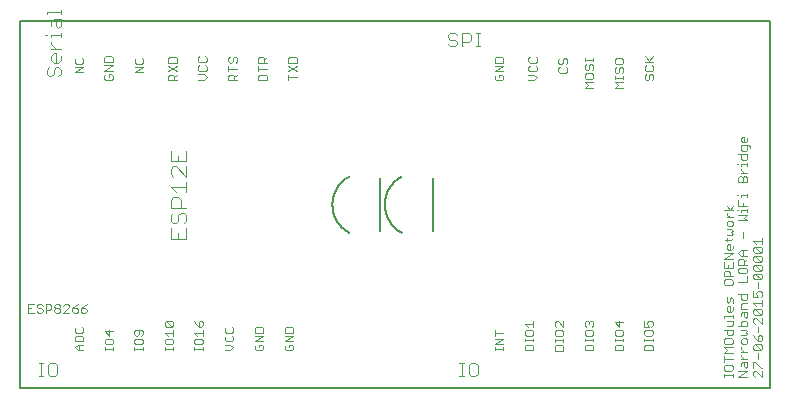
<source format=gto>
G75*
%MOIN*%
%OFA0B0*%
%FSLAX25Y25*%
%IPPOS*%
%LPD*%
%AMOC8*
5,1,8,0,0,1.08239X$1,22.5*
%
%ADD10C,0.00800*%
%ADD11C,0.00300*%
%ADD12C,0.00000*%
%ADD13C,0.00400*%
D10*
X0081588Y0054083D02*
X0081588Y0176583D01*
X0331588Y0176583D01*
X0331588Y0054083D01*
X0081588Y0054083D01*
X0201588Y0106583D02*
X0201588Y0124083D01*
X0219088Y0124083D02*
X0219088Y0106583D01*
X0208838Y0105958D02*
X0208612Y0106082D01*
X0208389Y0106212D01*
X0208169Y0106347D01*
X0207952Y0106487D01*
X0207739Y0106633D01*
X0207530Y0106783D01*
X0207324Y0106939D01*
X0207122Y0107100D01*
X0206924Y0107265D01*
X0206730Y0107436D01*
X0206540Y0107611D01*
X0206355Y0107790D01*
X0206174Y0107974D01*
X0205998Y0108162D01*
X0205826Y0108355D01*
X0205659Y0108552D01*
X0205496Y0108752D01*
X0205339Y0108957D01*
X0205187Y0109165D01*
X0205039Y0109377D01*
X0204897Y0109592D01*
X0204760Y0109811D01*
X0204629Y0110033D01*
X0204503Y0110259D01*
X0204383Y0110487D01*
X0204268Y0110718D01*
X0204158Y0110952D01*
X0204055Y0111188D01*
X0203957Y0111427D01*
X0203865Y0111668D01*
X0203779Y0111911D01*
X0203699Y0112157D01*
X0203625Y0112404D01*
X0203557Y0112653D01*
X0203495Y0112903D01*
X0203439Y0113155D01*
X0203389Y0113408D01*
X0203345Y0113663D01*
X0203308Y0113918D01*
X0203276Y0114174D01*
X0203251Y0114431D01*
X0203233Y0114688D01*
X0203220Y0114946D01*
X0203214Y0115204D01*
X0203214Y0115462D01*
X0203220Y0115720D01*
X0203233Y0115978D01*
X0203251Y0116235D01*
X0203276Y0116492D01*
X0203308Y0116748D01*
X0203345Y0117003D01*
X0203389Y0117258D01*
X0203439Y0117511D01*
X0203495Y0117763D01*
X0203557Y0118013D01*
X0203625Y0118262D01*
X0203699Y0118509D01*
X0203779Y0118755D01*
X0203865Y0118998D01*
X0203957Y0119239D01*
X0204055Y0119478D01*
X0204158Y0119714D01*
X0204268Y0119948D01*
X0204383Y0120179D01*
X0204503Y0120407D01*
X0204629Y0120633D01*
X0204760Y0120855D01*
X0204897Y0121074D01*
X0205039Y0121289D01*
X0205187Y0121501D01*
X0205339Y0121709D01*
X0205496Y0121914D01*
X0205659Y0122114D01*
X0205826Y0122311D01*
X0205998Y0122504D01*
X0206174Y0122692D01*
X0206355Y0122876D01*
X0206540Y0123055D01*
X0206730Y0123230D01*
X0206924Y0123401D01*
X0207122Y0123566D01*
X0207324Y0123727D01*
X0207530Y0123883D01*
X0207739Y0124033D01*
X0207952Y0124179D01*
X0208169Y0124319D01*
X0208389Y0124454D01*
X0208612Y0124584D01*
X0208838Y0124708D01*
X0191338Y0124708D02*
X0191112Y0124584D01*
X0190889Y0124454D01*
X0190669Y0124319D01*
X0190452Y0124179D01*
X0190239Y0124033D01*
X0190030Y0123883D01*
X0189824Y0123727D01*
X0189622Y0123566D01*
X0189424Y0123401D01*
X0189230Y0123230D01*
X0189040Y0123055D01*
X0188855Y0122876D01*
X0188674Y0122692D01*
X0188498Y0122504D01*
X0188326Y0122311D01*
X0188159Y0122114D01*
X0187996Y0121914D01*
X0187839Y0121709D01*
X0187687Y0121501D01*
X0187539Y0121289D01*
X0187397Y0121074D01*
X0187260Y0120855D01*
X0187129Y0120633D01*
X0187003Y0120407D01*
X0186883Y0120179D01*
X0186768Y0119948D01*
X0186658Y0119714D01*
X0186555Y0119478D01*
X0186457Y0119239D01*
X0186365Y0118998D01*
X0186279Y0118755D01*
X0186199Y0118509D01*
X0186125Y0118262D01*
X0186057Y0118013D01*
X0185995Y0117763D01*
X0185939Y0117511D01*
X0185889Y0117258D01*
X0185845Y0117003D01*
X0185808Y0116748D01*
X0185776Y0116492D01*
X0185751Y0116235D01*
X0185733Y0115978D01*
X0185720Y0115720D01*
X0185714Y0115462D01*
X0185714Y0115204D01*
X0185720Y0114946D01*
X0185733Y0114688D01*
X0185751Y0114431D01*
X0185776Y0114174D01*
X0185808Y0113918D01*
X0185845Y0113663D01*
X0185889Y0113408D01*
X0185939Y0113155D01*
X0185995Y0112903D01*
X0186057Y0112653D01*
X0186125Y0112404D01*
X0186199Y0112157D01*
X0186279Y0111911D01*
X0186365Y0111668D01*
X0186457Y0111427D01*
X0186555Y0111188D01*
X0186658Y0110952D01*
X0186768Y0110718D01*
X0186883Y0110487D01*
X0187003Y0110259D01*
X0187129Y0110033D01*
X0187260Y0109811D01*
X0187397Y0109592D01*
X0187539Y0109377D01*
X0187687Y0109165D01*
X0187839Y0108957D01*
X0187996Y0108752D01*
X0188159Y0108552D01*
X0188326Y0108355D01*
X0188498Y0108162D01*
X0188674Y0107974D01*
X0188855Y0107790D01*
X0189040Y0107611D01*
X0189230Y0107436D01*
X0189424Y0107265D01*
X0189622Y0107100D01*
X0189824Y0106939D01*
X0190030Y0106783D01*
X0190239Y0106633D01*
X0190452Y0106487D01*
X0190669Y0106347D01*
X0190889Y0106212D01*
X0191112Y0106082D01*
X0191338Y0105958D01*
D11*
X0142563Y0076042D02*
X0142080Y0076526D01*
X0141596Y0076526D01*
X0141112Y0076042D01*
X0141112Y0074591D01*
X0142080Y0074591D01*
X0142563Y0075074D01*
X0142563Y0076042D01*
X0141112Y0074591D02*
X0140145Y0075558D01*
X0139661Y0076526D01*
X0142563Y0073579D02*
X0142563Y0071644D01*
X0142563Y0072612D02*
X0139661Y0072612D01*
X0140628Y0071644D01*
X0140145Y0070633D02*
X0139661Y0070149D01*
X0139661Y0069181D01*
X0140145Y0068698D01*
X0142080Y0068698D01*
X0142563Y0069181D01*
X0142563Y0070149D01*
X0142080Y0070633D01*
X0140145Y0070633D01*
X0139661Y0067701D02*
X0139661Y0066733D01*
X0139661Y0067217D02*
X0142563Y0067217D01*
X0142563Y0066733D02*
X0142563Y0067701D01*
X0149786Y0068668D02*
X0151721Y0068668D01*
X0152688Y0067701D01*
X0151721Y0066733D01*
X0149786Y0066733D01*
X0150270Y0069680D02*
X0152205Y0069680D01*
X0152688Y0070164D01*
X0152688Y0071131D01*
X0152205Y0071615D01*
X0152205Y0072626D02*
X0152688Y0073110D01*
X0152688Y0074078D01*
X0152205Y0074561D01*
X0152205Y0072626D02*
X0150270Y0072626D01*
X0149786Y0073110D01*
X0149786Y0074078D01*
X0150270Y0074561D01*
X0150270Y0071615D02*
X0149786Y0071131D01*
X0149786Y0070164D01*
X0150270Y0069680D01*
X0159786Y0069680D02*
X0162688Y0071615D01*
X0159786Y0071615D01*
X0159786Y0072626D02*
X0159786Y0074078D01*
X0160270Y0074561D01*
X0162205Y0074561D01*
X0162688Y0074078D01*
X0162688Y0072626D01*
X0159786Y0072626D01*
X0159786Y0069680D02*
X0162688Y0069680D01*
X0162205Y0068668D02*
X0161237Y0068668D01*
X0161237Y0067701D01*
X0160270Y0068668D02*
X0159786Y0068185D01*
X0159786Y0067217D01*
X0160270Y0066733D01*
X0162205Y0066733D01*
X0162688Y0067217D01*
X0162688Y0068185D01*
X0162205Y0068668D01*
X0169786Y0068185D02*
X0169786Y0067217D01*
X0170270Y0066733D01*
X0172205Y0066733D01*
X0172688Y0067217D01*
X0172688Y0068185D01*
X0172205Y0068668D01*
X0171237Y0068668D01*
X0171237Y0067701D01*
X0170270Y0068668D02*
X0169786Y0068185D01*
X0169786Y0069680D02*
X0172688Y0071615D01*
X0169786Y0071615D01*
X0169786Y0072626D02*
X0169786Y0074078D01*
X0170270Y0074561D01*
X0172205Y0074561D01*
X0172688Y0074078D01*
X0172688Y0072626D01*
X0169786Y0072626D01*
X0169786Y0069680D02*
X0172688Y0069680D01*
X0132688Y0070149D02*
X0132688Y0069181D01*
X0132205Y0068698D01*
X0130270Y0068698D01*
X0129786Y0069181D01*
X0129786Y0070149D01*
X0130270Y0070633D01*
X0132205Y0070633D01*
X0132688Y0070149D01*
X0132688Y0071644D02*
X0132688Y0073579D01*
X0132688Y0072612D02*
X0129786Y0072612D01*
X0130753Y0071644D01*
X0130270Y0074591D02*
X0129786Y0075074D01*
X0129786Y0076042D01*
X0130270Y0076526D01*
X0132205Y0074591D01*
X0132688Y0075074D01*
X0132688Y0076042D01*
X0132205Y0076526D01*
X0130270Y0076526D01*
X0130270Y0074591D02*
X0132205Y0074591D01*
X0122563Y0073095D02*
X0122080Y0073579D01*
X0120145Y0073579D01*
X0119661Y0073095D01*
X0119661Y0072128D01*
X0120145Y0071644D01*
X0120628Y0071644D01*
X0121112Y0072128D01*
X0121112Y0073579D01*
X0122563Y0073095D02*
X0122563Y0072128D01*
X0122080Y0071644D01*
X0122080Y0070633D02*
X0120145Y0070633D01*
X0119661Y0070149D01*
X0119661Y0069181D01*
X0120145Y0068698D01*
X0122080Y0068698D01*
X0122563Y0069181D01*
X0122563Y0070149D01*
X0122080Y0070633D01*
X0122563Y0067701D02*
X0122563Y0066733D01*
X0122563Y0067217D02*
X0119661Y0067217D01*
X0119661Y0066733D02*
X0119661Y0067701D01*
X0112688Y0067701D02*
X0112688Y0066733D01*
X0112688Y0067217D02*
X0109786Y0067217D01*
X0109786Y0066733D02*
X0109786Y0067701D01*
X0110270Y0068698D02*
X0112205Y0068698D01*
X0112688Y0069181D01*
X0112688Y0070149D01*
X0112205Y0070633D01*
X0110270Y0070633D01*
X0109786Y0070149D01*
X0109786Y0069181D01*
X0110270Y0068698D01*
X0102688Y0068668D02*
X0100753Y0068668D01*
X0099786Y0067701D01*
X0100753Y0066733D01*
X0102688Y0066733D01*
X0101237Y0066733D02*
X0101237Y0068668D01*
X0099786Y0069680D02*
X0099786Y0071131D01*
X0100270Y0071615D01*
X0102205Y0071615D01*
X0102688Y0071131D01*
X0102688Y0069680D01*
X0099786Y0069680D01*
X0100270Y0072626D02*
X0102205Y0072626D01*
X0102688Y0073110D01*
X0102688Y0074078D01*
X0102205Y0074561D01*
X0100270Y0074561D02*
X0099786Y0074078D01*
X0099786Y0073110D01*
X0100270Y0072626D01*
X0109786Y0073095D02*
X0111237Y0071644D01*
X0111237Y0073579D01*
X0112688Y0073095D02*
X0109786Y0073095D01*
X0103369Y0079233D02*
X0103852Y0079717D01*
X0103852Y0080201D01*
X0103369Y0080685D01*
X0101918Y0080685D01*
X0101918Y0079717D01*
X0102401Y0079233D01*
X0103369Y0079233D01*
X0101918Y0080685D02*
X0102885Y0081652D01*
X0103852Y0082136D01*
X0100906Y0082136D02*
X0099938Y0081652D01*
X0098971Y0080685D01*
X0100422Y0080685D01*
X0100906Y0080201D01*
X0100906Y0079717D01*
X0100422Y0079233D01*
X0099455Y0079233D01*
X0098971Y0079717D01*
X0098971Y0080685D01*
X0097959Y0081168D02*
X0097959Y0081652D01*
X0097476Y0082136D01*
X0096508Y0082136D01*
X0096024Y0081652D01*
X0095013Y0081652D02*
X0095013Y0081168D01*
X0094529Y0080685D01*
X0093562Y0080685D01*
X0093078Y0081168D01*
X0093078Y0081652D01*
X0093562Y0082136D01*
X0094529Y0082136D01*
X0095013Y0081652D01*
X0094529Y0080685D02*
X0095013Y0080201D01*
X0095013Y0079717D01*
X0094529Y0079233D01*
X0093562Y0079233D01*
X0093078Y0079717D01*
X0093078Y0080201D01*
X0093562Y0080685D01*
X0092066Y0080685D02*
X0092066Y0081652D01*
X0091583Y0082136D01*
X0090131Y0082136D01*
X0090131Y0079233D01*
X0090131Y0080201D02*
X0091583Y0080201D01*
X0092066Y0080685D01*
X0089120Y0080201D02*
X0089120Y0079717D01*
X0088636Y0079233D01*
X0087669Y0079233D01*
X0087185Y0079717D01*
X0087669Y0080685D02*
X0088636Y0080685D01*
X0089120Y0080201D01*
X0089120Y0081652D02*
X0088636Y0082136D01*
X0087669Y0082136D01*
X0087185Y0081652D01*
X0087185Y0081168D01*
X0087669Y0080685D01*
X0086173Y0082136D02*
X0084238Y0082136D01*
X0084238Y0079233D01*
X0086173Y0079233D01*
X0085206Y0080685D02*
X0084238Y0080685D01*
X0096024Y0079233D02*
X0097959Y0081168D01*
X0097959Y0079233D02*
X0096024Y0079233D01*
X0129786Y0067701D02*
X0129786Y0066733D01*
X0129786Y0067217D02*
X0132688Y0067217D01*
X0132688Y0066733D02*
X0132688Y0067701D01*
X0239786Y0067701D02*
X0239786Y0066733D01*
X0239786Y0067217D02*
X0242688Y0067217D01*
X0242688Y0066733D02*
X0242688Y0067701D01*
X0242688Y0068698D02*
X0239786Y0068698D01*
X0242688Y0070633D01*
X0239786Y0070633D01*
X0239786Y0071644D02*
X0239786Y0073579D01*
X0239786Y0072612D02*
X0242688Y0072612D01*
X0249786Y0073095D02*
X0250270Y0073579D01*
X0252205Y0073579D01*
X0252688Y0073095D01*
X0252688Y0072128D01*
X0252205Y0071644D01*
X0250270Y0071644D01*
X0249786Y0072128D01*
X0249786Y0073095D01*
X0250753Y0074591D02*
X0249786Y0075558D01*
X0252688Y0075558D01*
X0252688Y0074591D02*
X0252688Y0076526D01*
X0259786Y0075917D02*
X0259786Y0074949D01*
X0260270Y0074466D01*
X0260270Y0073454D02*
X0259786Y0072970D01*
X0259786Y0072003D01*
X0260270Y0071519D01*
X0262205Y0071519D01*
X0262688Y0072003D01*
X0262688Y0072970D01*
X0262205Y0073454D01*
X0260270Y0073454D01*
X0259786Y0075917D02*
X0260270Y0076401D01*
X0260753Y0076401D01*
X0262688Y0074466D01*
X0262688Y0076401D01*
X0269786Y0076042D02*
X0269786Y0075074D01*
X0270270Y0074591D01*
X0270270Y0073579D02*
X0269786Y0073095D01*
X0269786Y0072128D01*
X0270270Y0071644D01*
X0272205Y0071644D01*
X0272688Y0072128D01*
X0272688Y0073095D01*
X0272205Y0073579D01*
X0270270Y0073579D01*
X0272205Y0074591D02*
X0272688Y0075074D01*
X0272688Y0076042D01*
X0272205Y0076526D01*
X0271721Y0076526D01*
X0271237Y0076042D01*
X0271237Y0075558D01*
X0271237Y0076042D02*
X0270753Y0076526D01*
X0270270Y0076526D01*
X0269786Y0076042D01*
X0279786Y0076042D02*
X0281237Y0074591D01*
X0281237Y0076526D01*
X0282688Y0076042D02*
X0279786Y0076042D01*
X0280270Y0073579D02*
X0279786Y0073095D01*
X0279786Y0072128D01*
X0280270Y0071644D01*
X0282205Y0071644D01*
X0282688Y0072128D01*
X0282688Y0073095D01*
X0282205Y0073579D01*
X0280270Y0073579D01*
X0279786Y0070647D02*
X0279786Y0069680D01*
X0279786Y0070164D02*
X0282688Y0070164D01*
X0282688Y0070647D02*
X0282688Y0069680D01*
X0282205Y0068668D02*
X0280270Y0068668D01*
X0279786Y0068185D01*
X0279786Y0066733D01*
X0282688Y0066733D01*
X0282688Y0068185D01*
X0282205Y0068668D01*
X0289661Y0068185D02*
X0289661Y0066733D01*
X0292563Y0066733D01*
X0292563Y0068185D01*
X0292080Y0068668D01*
X0290145Y0068668D01*
X0289661Y0068185D01*
X0289661Y0069680D02*
X0289661Y0070647D01*
X0289661Y0070164D02*
X0292563Y0070164D01*
X0292563Y0070647D02*
X0292563Y0069680D01*
X0292080Y0071644D02*
X0292563Y0072128D01*
X0292563Y0073095D01*
X0292080Y0073579D01*
X0290145Y0073579D01*
X0289661Y0073095D01*
X0289661Y0072128D01*
X0290145Y0071644D01*
X0292080Y0071644D01*
X0292080Y0074591D02*
X0292563Y0075074D01*
X0292563Y0076042D01*
X0292080Y0076526D01*
X0291112Y0076526D01*
X0290628Y0076042D01*
X0290628Y0075558D01*
X0291112Y0074591D01*
X0289661Y0074591D01*
X0289661Y0076526D01*
X0272688Y0070647D02*
X0272688Y0069680D01*
X0272688Y0070164D02*
X0269786Y0070164D01*
X0269786Y0070647D02*
X0269786Y0069680D01*
X0270270Y0068668D02*
X0269786Y0068185D01*
X0269786Y0066733D01*
X0272688Y0066733D01*
X0272688Y0068185D01*
X0272205Y0068668D01*
X0270270Y0068668D01*
X0262688Y0068060D02*
X0262688Y0066608D01*
X0259786Y0066608D01*
X0259786Y0068060D01*
X0260270Y0068543D01*
X0262205Y0068543D01*
X0262688Y0068060D01*
X0262688Y0069555D02*
X0262688Y0070522D01*
X0262688Y0070039D02*
X0259786Y0070039D01*
X0259786Y0070522D02*
X0259786Y0069555D01*
X0252688Y0069680D02*
X0252688Y0070647D01*
X0252688Y0070164D02*
X0249786Y0070164D01*
X0249786Y0070647D02*
X0249786Y0069680D01*
X0250270Y0068668D02*
X0249786Y0068185D01*
X0249786Y0066733D01*
X0252688Y0066733D01*
X0252688Y0068185D01*
X0252205Y0068668D01*
X0250270Y0068668D01*
X0316236Y0069271D02*
X0316720Y0068787D01*
X0318655Y0068787D01*
X0319138Y0069271D01*
X0319138Y0070238D01*
X0318655Y0070722D01*
X0316720Y0070722D01*
X0316236Y0070238D01*
X0316236Y0069271D01*
X0316236Y0067776D02*
X0319138Y0067776D01*
X0319138Y0065841D02*
X0316236Y0065841D01*
X0317203Y0066808D01*
X0316236Y0067776D01*
X0322003Y0067783D02*
X0322003Y0067299D01*
X0322971Y0066332D01*
X0323938Y0066332D02*
X0322003Y0066332D01*
X0322003Y0065328D02*
X0322003Y0064844D01*
X0322971Y0063876D01*
X0323938Y0063876D02*
X0322003Y0063876D01*
X0322487Y0062865D02*
X0323938Y0062865D01*
X0323938Y0061414D01*
X0323455Y0060930D01*
X0322971Y0061414D01*
X0322971Y0062865D01*
X0322487Y0062865D02*
X0322003Y0062381D01*
X0322003Y0061414D01*
X0321036Y0059918D02*
X0323938Y0059918D01*
X0321036Y0057983D01*
X0323938Y0057983D01*
X0326036Y0058467D02*
X0326520Y0057983D01*
X0326036Y0058467D02*
X0326036Y0059435D01*
X0326520Y0059918D01*
X0327003Y0059918D01*
X0328938Y0057983D01*
X0328938Y0059918D01*
X0328938Y0060930D02*
X0328455Y0060930D01*
X0326520Y0062865D01*
X0326036Y0062865D01*
X0326036Y0060930D01*
X0327487Y0063876D02*
X0327487Y0065811D01*
X0326520Y0066823D02*
X0326036Y0067307D01*
X0326036Y0068274D01*
X0326520Y0068758D01*
X0328455Y0066823D01*
X0328938Y0067307D01*
X0328938Y0068274D01*
X0328455Y0068758D01*
X0326520Y0068758D01*
X0327487Y0069769D02*
X0327487Y0071221D01*
X0327971Y0071704D01*
X0328455Y0071704D01*
X0328938Y0071221D01*
X0328938Y0070253D01*
X0328455Y0069769D01*
X0327487Y0069769D01*
X0326520Y0070737D01*
X0326036Y0071704D01*
X0327487Y0072716D02*
X0327487Y0074651D01*
X0326520Y0075662D02*
X0326036Y0076146D01*
X0326036Y0077114D01*
X0326520Y0077597D01*
X0327003Y0077597D01*
X0328938Y0075662D01*
X0328938Y0077597D01*
X0328455Y0078609D02*
X0326520Y0080544D01*
X0328455Y0080544D01*
X0328938Y0080060D01*
X0328938Y0079093D01*
X0328455Y0078609D01*
X0326520Y0078609D01*
X0326036Y0079093D01*
X0326036Y0080060D01*
X0326520Y0080544D01*
X0327003Y0081555D02*
X0326036Y0082523D01*
X0328938Y0082523D01*
X0328938Y0083490D02*
X0328938Y0081555D01*
X0328455Y0084502D02*
X0328938Y0084986D01*
X0328938Y0085953D01*
X0328455Y0086437D01*
X0327487Y0086437D01*
X0327003Y0085953D01*
X0327003Y0085469D01*
X0327487Y0084502D01*
X0326036Y0084502D01*
X0326036Y0086437D01*
X0327487Y0087449D02*
X0327487Y0089383D01*
X0326520Y0090395D02*
X0326036Y0090879D01*
X0326036Y0091846D01*
X0326520Y0092330D01*
X0328455Y0090395D01*
X0328938Y0090879D01*
X0328938Y0091846D01*
X0328455Y0092330D01*
X0326520Y0092330D01*
X0326520Y0093342D02*
X0326036Y0093825D01*
X0326036Y0094793D01*
X0326520Y0095277D01*
X0328455Y0093342D01*
X0328938Y0093825D01*
X0328938Y0094793D01*
X0328455Y0095277D01*
X0326520Y0095277D01*
X0326520Y0096288D02*
X0326036Y0096772D01*
X0326036Y0097739D01*
X0326520Y0098223D01*
X0328455Y0096288D01*
X0328938Y0096772D01*
X0328938Y0097739D01*
X0328455Y0098223D01*
X0326520Y0098223D01*
X0326520Y0099235D02*
X0326036Y0099718D01*
X0326036Y0100686D01*
X0326520Y0101170D01*
X0328455Y0099235D01*
X0328938Y0099718D01*
X0328938Y0100686D01*
X0328455Y0101170D01*
X0326520Y0101170D01*
X0327003Y0102181D02*
X0326036Y0103149D01*
X0328938Y0103149D01*
X0328938Y0104116D02*
X0328938Y0102181D01*
X0322487Y0104145D02*
X0322487Y0106080D01*
X0319138Y0105611D02*
X0318655Y0106095D01*
X0319138Y0106579D01*
X0318655Y0107063D01*
X0317203Y0107063D01*
X0317687Y0108074D02*
X0318655Y0108074D01*
X0319138Y0108558D01*
X0319138Y0109525D01*
X0318655Y0110009D01*
X0317687Y0110009D01*
X0317203Y0109525D01*
X0317203Y0108558D01*
X0317687Y0108074D01*
X0317203Y0111021D02*
X0319138Y0111021D01*
X0318171Y0111021D02*
X0317203Y0111988D01*
X0317203Y0112472D01*
X0316236Y0113476D02*
X0319138Y0113476D01*
X0318171Y0113476D02*
X0317203Y0114927D01*
X0318171Y0113476D02*
X0319138Y0114927D01*
X0321036Y0114949D02*
X0321036Y0116884D01*
X0322003Y0117896D02*
X0322003Y0118380D01*
X0323938Y0118380D01*
X0323938Y0118863D02*
X0323938Y0117896D01*
X0322487Y0115917D02*
X0322487Y0114949D01*
X0323938Y0114949D02*
X0321036Y0114949D01*
X0321036Y0113469D02*
X0320552Y0113469D01*
X0322003Y0113469D02*
X0323938Y0113469D01*
X0323938Y0113952D02*
X0323938Y0112985D01*
X0323938Y0111973D02*
X0321036Y0111973D01*
X0322003Y0112985D02*
X0322003Y0113469D01*
X0323938Y0111973D02*
X0322971Y0111006D01*
X0323938Y0110038D01*
X0321036Y0110038D01*
X0319138Y0105611D02*
X0318655Y0105128D01*
X0317203Y0105128D01*
X0317203Y0104131D02*
X0317203Y0103163D01*
X0316720Y0103647D02*
X0318655Y0103647D01*
X0319138Y0104131D01*
X0318171Y0102152D02*
X0318171Y0100217D01*
X0318655Y0100217D02*
X0317687Y0100217D01*
X0317203Y0100700D01*
X0317203Y0101668D01*
X0317687Y0102152D01*
X0318171Y0102152D01*
X0319138Y0101668D02*
X0319138Y0100700D01*
X0318655Y0100217D01*
X0319138Y0099205D02*
X0316236Y0099205D01*
X0316236Y0097270D02*
X0319138Y0099205D01*
X0321036Y0099220D02*
X0322003Y0098252D01*
X0323938Y0098252D01*
X0323938Y0097241D02*
X0322971Y0096273D01*
X0322971Y0096757D02*
X0322971Y0095306D01*
X0323938Y0095306D02*
X0321036Y0095306D01*
X0321036Y0096757D01*
X0321520Y0097241D01*
X0322487Y0097241D01*
X0322971Y0096757D01*
X0322487Y0098252D02*
X0322487Y0100187D01*
X0322003Y0100187D02*
X0323938Y0100187D01*
X0322003Y0100187D02*
X0321036Y0099220D01*
X0319138Y0097270D02*
X0316236Y0097270D01*
X0316236Y0096259D02*
X0316236Y0094324D01*
X0319138Y0094324D01*
X0319138Y0096259D01*
X0317687Y0095291D02*
X0317687Y0094324D01*
X0317687Y0093312D02*
X0318171Y0092828D01*
X0318171Y0091377D01*
X0319138Y0091377D02*
X0316236Y0091377D01*
X0316236Y0092828D01*
X0316720Y0093312D01*
X0317687Y0093312D01*
X0321036Y0092843D02*
X0321520Y0092359D01*
X0323455Y0092359D01*
X0323938Y0092843D01*
X0323938Y0093811D01*
X0323455Y0094294D01*
X0321520Y0094294D01*
X0321036Y0093811D01*
X0321036Y0092843D01*
X0323938Y0091348D02*
X0323938Y0089413D01*
X0321036Y0089413D01*
X0319138Y0089882D02*
X0318655Y0090366D01*
X0316720Y0090366D01*
X0316236Y0089882D01*
X0316236Y0088914D01*
X0316720Y0088431D01*
X0318655Y0088431D01*
X0319138Y0088914D01*
X0319138Y0089882D01*
X0321036Y0085455D02*
X0323938Y0085455D01*
X0323938Y0084004D01*
X0323455Y0083520D01*
X0322487Y0083520D01*
X0322003Y0084004D01*
X0322003Y0085455D01*
X0319138Y0083989D02*
X0318655Y0084473D01*
X0318171Y0083989D01*
X0318171Y0083021D01*
X0317687Y0082538D01*
X0317203Y0083021D01*
X0317203Y0084473D01*
X0319138Y0083989D02*
X0319138Y0082538D01*
X0318171Y0081526D02*
X0318171Y0079591D01*
X0318655Y0079591D02*
X0317687Y0079591D01*
X0317203Y0080075D01*
X0317203Y0081042D01*
X0317687Y0081526D01*
X0318171Y0081526D01*
X0319138Y0081042D02*
X0319138Y0080075D01*
X0318655Y0079591D01*
X0319138Y0078594D02*
X0319138Y0077627D01*
X0319138Y0078111D02*
X0316236Y0078111D01*
X0316236Y0077627D01*
X0317203Y0076615D02*
X0319138Y0076615D01*
X0319138Y0075164D01*
X0318655Y0074680D01*
X0317203Y0074680D01*
X0317203Y0073669D02*
X0317203Y0072217D01*
X0317687Y0071734D01*
X0318655Y0071734D01*
X0319138Y0072217D01*
X0319138Y0073669D01*
X0316236Y0073669D01*
X0321036Y0074680D02*
X0323938Y0074680D01*
X0323938Y0076131D01*
X0323455Y0076615D01*
X0322487Y0076615D01*
X0322003Y0076131D01*
X0322003Y0074680D01*
X0322003Y0073669D02*
X0323455Y0073669D01*
X0323938Y0073185D01*
X0323455Y0072701D01*
X0323938Y0072217D01*
X0323455Y0071734D01*
X0322003Y0071734D01*
X0322487Y0070722D02*
X0322003Y0070238D01*
X0322003Y0069271D01*
X0322487Y0068787D01*
X0323455Y0068787D01*
X0323938Y0069271D01*
X0323938Y0070238D01*
X0323455Y0070722D01*
X0322487Y0070722D01*
X0326520Y0066823D02*
X0328455Y0066823D01*
X0319138Y0063862D02*
X0316236Y0063862D01*
X0316236Y0064829D02*
X0316236Y0062894D01*
X0316720Y0061883D02*
X0316236Y0061399D01*
X0316236Y0060431D01*
X0316720Y0059948D01*
X0318655Y0059948D01*
X0319138Y0060431D01*
X0319138Y0061399D01*
X0318655Y0061883D01*
X0316720Y0061883D01*
X0316236Y0058951D02*
X0316236Y0057983D01*
X0316236Y0058467D02*
X0319138Y0058467D01*
X0319138Y0057983D02*
X0319138Y0058951D01*
X0323455Y0077627D02*
X0322971Y0078111D01*
X0322971Y0079562D01*
X0322487Y0079562D02*
X0323938Y0079562D01*
X0323938Y0078111D01*
X0323455Y0077627D01*
X0322003Y0078111D02*
X0322003Y0079078D01*
X0322487Y0079562D01*
X0322003Y0080573D02*
X0322003Y0082025D01*
X0322487Y0082508D01*
X0323938Y0082508D01*
X0323938Y0080573D02*
X0322003Y0080573D01*
X0326520Y0090395D02*
X0328455Y0090395D01*
X0328455Y0093342D02*
X0326520Y0093342D01*
X0326520Y0096288D02*
X0328455Y0096288D01*
X0328455Y0099235D02*
X0326520Y0099235D01*
X0321036Y0118380D02*
X0320552Y0118380D01*
X0321036Y0122807D02*
X0321036Y0124258D01*
X0321520Y0124742D01*
X0322003Y0124742D01*
X0322487Y0124258D01*
X0322487Y0122807D01*
X0322487Y0124258D02*
X0322971Y0124742D01*
X0323455Y0124742D01*
X0323938Y0124258D01*
X0323938Y0122807D01*
X0321036Y0122807D01*
X0322003Y0125753D02*
X0323938Y0125753D01*
X0322971Y0125753D02*
X0322003Y0126721D01*
X0322003Y0127204D01*
X0322003Y0128209D02*
X0322003Y0128692D01*
X0323938Y0128692D01*
X0323938Y0128209D02*
X0323938Y0129176D01*
X0323455Y0130173D02*
X0322487Y0130173D01*
X0322003Y0130657D01*
X0322003Y0132108D01*
X0321036Y0132108D02*
X0323938Y0132108D01*
X0323938Y0130657D01*
X0323455Y0130173D01*
X0321036Y0128692D02*
X0320552Y0128692D01*
X0322487Y0133120D02*
X0323455Y0133120D01*
X0323938Y0133603D01*
X0323938Y0135055D01*
X0324422Y0135055D02*
X0322003Y0135055D01*
X0322003Y0133603D01*
X0322487Y0133120D01*
X0324906Y0134087D02*
X0324906Y0134571D01*
X0324422Y0135055D01*
X0323455Y0136066D02*
X0322487Y0136066D01*
X0322003Y0136550D01*
X0322003Y0137517D01*
X0322487Y0138001D01*
X0322971Y0138001D01*
X0322971Y0136066D01*
X0323455Y0136066D02*
X0323938Y0136550D01*
X0323938Y0137517D01*
X0282688Y0154233D02*
X0279786Y0154233D01*
X0280753Y0155201D01*
X0279786Y0156168D01*
X0282688Y0156168D01*
X0282688Y0157180D02*
X0282688Y0158147D01*
X0282688Y0157664D02*
X0279786Y0157664D01*
X0279786Y0158147D02*
X0279786Y0157180D01*
X0280270Y0159144D02*
X0280753Y0159144D01*
X0281237Y0159628D01*
X0281237Y0160595D01*
X0281721Y0161079D01*
X0282205Y0161079D01*
X0282688Y0160595D01*
X0282688Y0159628D01*
X0282205Y0159144D01*
X0280270Y0159144D02*
X0279786Y0159628D01*
X0279786Y0160595D01*
X0280270Y0161079D01*
X0280270Y0162091D02*
X0282205Y0162091D01*
X0282688Y0162574D01*
X0282688Y0163542D01*
X0282205Y0164026D01*
X0280270Y0164026D01*
X0279786Y0163542D01*
X0279786Y0162574D01*
X0280270Y0162091D01*
X0272688Y0161578D02*
X0272688Y0160610D01*
X0272205Y0160126D01*
X0272205Y0159115D02*
X0270270Y0159115D01*
X0269786Y0158631D01*
X0269786Y0157664D01*
X0270270Y0157180D01*
X0272205Y0157180D01*
X0272688Y0157664D01*
X0272688Y0158631D01*
X0272205Y0159115D01*
X0270753Y0160126D02*
X0271237Y0160610D01*
X0271237Y0161578D01*
X0271721Y0162061D01*
X0272205Y0162061D01*
X0272688Y0161578D01*
X0272688Y0163073D02*
X0272688Y0164040D01*
X0272688Y0163557D02*
X0269786Y0163557D01*
X0269786Y0164040D02*
X0269786Y0163073D01*
X0270270Y0162061D02*
X0269786Y0161578D01*
X0269786Y0160610D01*
X0270270Y0160126D01*
X0270753Y0160126D01*
X0269786Y0156168D02*
X0272688Y0156168D01*
X0272688Y0154233D02*
X0269786Y0154233D01*
X0270753Y0155201D01*
X0269786Y0156168D01*
X0263938Y0159717D02*
X0263938Y0160685D01*
X0263455Y0161168D01*
X0263455Y0162180D02*
X0263938Y0162664D01*
X0263938Y0163631D01*
X0263455Y0164115D01*
X0262971Y0164115D01*
X0262487Y0163631D01*
X0262487Y0162664D01*
X0262003Y0162180D01*
X0261520Y0162180D01*
X0261036Y0162664D01*
X0261036Y0163631D01*
X0261520Y0164115D01*
X0261520Y0161168D02*
X0261036Y0160685D01*
X0261036Y0159717D01*
X0261520Y0159233D01*
X0263455Y0159233D01*
X0263938Y0159717D01*
X0253938Y0160164D02*
X0253455Y0159680D01*
X0251520Y0159680D01*
X0251036Y0160164D01*
X0251036Y0161131D01*
X0251520Y0161615D01*
X0251520Y0162626D02*
X0253455Y0162626D01*
X0253938Y0163110D01*
X0253938Y0164078D01*
X0253455Y0164561D01*
X0251520Y0164561D02*
X0251036Y0164078D01*
X0251036Y0163110D01*
X0251520Y0162626D01*
X0253455Y0161615D02*
X0253938Y0161131D01*
X0253938Y0160164D01*
X0252971Y0158668D02*
X0251036Y0158668D01*
X0251036Y0156733D02*
X0252971Y0156733D01*
X0253938Y0157701D01*
X0252971Y0158668D01*
X0242688Y0158185D02*
X0242688Y0157217D01*
X0242205Y0156733D01*
X0240270Y0156733D01*
X0239786Y0157217D01*
X0239786Y0158185D01*
X0240270Y0158668D01*
X0241237Y0158668D02*
X0241237Y0157701D01*
X0241237Y0158668D02*
X0242205Y0158668D01*
X0242688Y0158185D01*
X0242688Y0159680D02*
X0239786Y0159680D01*
X0242688Y0161615D01*
X0239786Y0161615D01*
X0239786Y0162626D02*
X0239786Y0164078D01*
X0240270Y0164561D01*
X0242205Y0164561D01*
X0242688Y0164078D01*
X0242688Y0162626D01*
X0239786Y0162626D01*
X0289786Y0162751D02*
X0292688Y0162751D01*
X0291721Y0162751D02*
X0289786Y0164686D01*
X0291237Y0163235D02*
X0292688Y0164686D01*
X0292205Y0161740D02*
X0292688Y0161256D01*
X0292688Y0160289D01*
X0292205Y0159805D01*
X0290270Y0159805D01*
X0289786Y0160289D01*
X0289786Y0161256D01*
X0290270Y0161740D01*
X0290270Y0158793D02*
X0289786Y0158310D01*
X0289786Y0157342D01*
X0290270Y0156858D01*
X0290753Y0156858D01*
X0291237Y0157342D01*
X0291237Y0158310D01*
X0291721Y0158793D01*
X0292205Y0158793D01*
X0292688Y0158310D01*
X0292688Y0157342D01*
X0292205Y0156858D01*
X0173938Y0157701D02*
X0171036Y0157701D01*
X0171036Y0158668D02*
X0171036Y0156733D01*
X0171036Y0159680D02*
X0173938Y0161615D01*
X0173938Y0162626D02*
X0171036Y0162626D01*
X0171036Y0164078D01*
X0171520Y0164561D01*
X0173455Y0164561D01*
X0173938Y0164078D01*
X0173938Y0162626D01*
X0173938Y0159680D02*
X0171036Y0161615D01*
X0163938Y0160647D02*
X0161036Y0160647D01*
X0161036Y0159680D02*
X0161036Y0161615D01*
X0161036Y0162626D02*
X0161036Y0164078D01*
X0161520Y0164561D01*
X0162487Y0164561D01*
X0162971Y0164078D01*
X0162971Y0162626D01*
X0163938Y0162626D02*
X0161036Y0162626D01*
X0162971Y0163594D02*
X0163938Y0164561D01*
X0153938Y0164078D02*
X0153938Y0163110D01*
X0153455Y0162626D01*
X0152487Y0163110D02*
X0152487Y0164078D01*
X0152971Y0164561D01*
X0153455Y0164561D01*
X0153938Y0164078D01*
X0152487Y0163110D02*
X0152003Y0162626D01*
X0151520Y0162626D01*
X0151036Y0163110D01*
X0151036Y0164078D01*
X0151520Y0164561D01*
X0151036Y0161615D02*
X0151036Y0159680D01*
X0151036Y0160647D02*
X0153938Y0160647D01*
X0153938Y0158668D02*
X0152971Y0157701D01*
X0152971Y0158185D02*
X0152971Y0156733D01*
X0153938Y0156733D02*
X0151036Y0156733D01*
X0151036Y0158185D01*
X0151520Y0158668D01*
X0152487Y0158668D01*
X0152971Y0158185D01*
X0161036Y0158185D02*
X0161036Y0156733D01*
X0163938Y0156733D01*
X0163938Y0158185D01*
X0163455Y0158668D01*
X0161520Y0158668D01*
X0161036Y0158185D01*
X0143813Y0157826D02*
X0142846Y0158793D01*
X0140911Y0158793D01*
X0141395Y0159805D02*
X0143330Y0159805D01*
X0143813Y0160289D01*
X0143813Y0161256D01*
X0143330Y0161740D01*
X0143330Y0162751D02*
X0143813Y0163235D01*
X0143813Y0164203D01*
X0143330Y0164686D01*
X0143330Y0162751D02*
X0141395Y0162751D01*
X0140911Y0163235D01*
X0140911Y0164203D01*
X0141395Y0164686D01*
X0141395Y0161740D02*
X0140911Y0161256D01*
X0140911Y0160289D01*
X0141395Y0159805D01*
X0140911Y0156858D02*
X0142846Y0156858D01*
X0143813Y0157826D01*
X0133938Y0158668D02*
X0132971Y0157701D01*
X0132971Y0158185D02*
X0132971Y0156733D01*
X0133938Y0156733D02*
X0131036Y0156733D01*
X0131036Y0158185D01*
X0131520Y0158668D01*
X0132487Y0158668D01*
X0132971Y0158185D01*
X0133938Y0159680D02*
X0131036Y0161615D01*
X0131036Y0162626D02*
X0131036Y0164078D01*
X0131520Y0164561D01*
X0133455Y0164561D01*
X0133938Y0164078D01*
X0133938Y0162626D01*
X0131036Y0162626D01*
X0131036Y0159680D02*
X0133938Y0161615D01*
X0122688Y0161293D02*
X0119786Y0161293D01*
X0120270Y0162305D02*
X0122205Y0162305D01*
X0122688Y0162789D01*
X0122688Y0163756D01*
X0122205Y0164240D01*
X0120270Y0164240D02*
X0119786Y0163756D01*
X0119786Y0162789D01*
X0120270Y0162305D01*
X0122688Y0161293D02*
X0119786Y0159358D01*
X0122688Y0159358D01*
X0112563Y0159805D02*
X0109661Y0159805D01*
X0112563Y0161740D01*
X0109661Y0161740D01*
X0109661Y0162751D02*
X0109661Y0164203D01*
X0110145Y0164686D01*
X0112080Y0164686D01*
X0112563Y0164203D01*
X0112563Y0162751D01*
X0109661Y0162751D01*
X0102688Y0162789D02*
X0102688Y0163756D01*
X0102205Y0164240D01*
X0102688Y0162789D02*
X0102205Y0162305D01*
X0100270Y0162305D01*
X0099786Y0162789D01*
X0099786Y0163756D01*
X0100270Y0164240D01*
X0099786Y0161293D02*
X0102688Y0161293D01*
X0099786Y0159358D01*
X0102688Y0159358D01*
X0109661Y0158310D02*
X0109661Y0157342D01*
X0110145Y0156858D01*
X0112080Y0156858D01*
X0112563Y0157342D01*
X0112563Y0158310D01*
X0112080Y0158793D01*
X0111112Y0158793D01*
X0111112Y0157826D01*
X0110145Y0158793D02*
X0109661Y0158310D01*
D12*
X0331213Y0169833D02*
X0331213Y0125833D01*
D13*
X0235031Y0168033D02*
X0233496Y0168033D01*
X0234264Y0168033D02*
X0234264Y0172637D01*
X0235031Y0172637D02*
X0233496Y0172637D01*
X0231962Y0171870D02*
X0231962Y0170335D01*
X0231194Y0169568D01*
X0228892Y0169568D01*
X0227358Y0169568D02*
X0226590Y0170335D01*
X0225056Y0170335D01*
X0224288Y0171103D01*
X0224288Y0171870D01*
X0225056Y0172637D01*
X0226590Y0172637D01*
X0227358Y0171870D01*
X0228892Y0172637D02*
X0231194Y0172637D01*
X0231962Y0171870D01*
X0228892Y0172637D02*
X0228892Y0168033D01*
X0227358Y0168801D02*
X0226590Y0168033D01*
X0225056Y0168033D01*
X0224288Y0168801D01*
X0227358Y0168801D02*
X0227358Y0169568D01*
X0136989Y0133220D02*
X0136989Y0129750D01*
X0131784Y0129750D01*
X0131784Y0133220D01*
X0134387Y0131485D02*
X0134387Y0129750D01*
X0133519Y0128064D02*
X0132652Y0128064D01*
X0131784Y0127196D01*
X0131784Y0125461D01*
X0132652Y0124594D01*
X0133519Y0128064D02*
X0136989Y0124594D01*
X0136989Y0128064D01*
X0136989Y0122907D02*
X0136989Y0119438D01*
X0136989Y0121172D02*
X0131784Y0121172D01*
X0133519Y0119438D01*
X0132652Y0117751D02*
X0134387Y0117751D01*
X0135254Y0116883D01*
X0135254Y0114281D01*
X0135254Y0112594D02*
X0136121Y0112594D01*
X0136989Y0111727D01*
X0136989Y0109992D01*
X0136121Y0109125D01*
X0136989Y0107438D02*
X0136989Y0103968D01*
X0131784Y0103968D01*
X0131784Y0107438D01*
X0132652Y0109125D02*
X0133519Y0109125D01*
X0134387Y0109992D01*
X0134387Y0111727D01*
X0135254Y0112594D01*
X0136989Y0114281D02*
X0131784Y0114281D01*
X0131784Y0116883D01*
X0132652Y0117751D01*
X0132652Y0112594D02*
X0131784Y0111727D01*
X0131784Y0109992D01*
X0132652Y0109125D01*
X0134387Y0105703D02*
X0134387Y0103968D01*
X0093236Y0062637D02*
X0091702Y0062637D01*
X0090934Y0061870D01*
X0090934Y0058801D01*
X0091702Y0058033D01*
X0093236Y0058033D01*
X0094004Y0058801D01*
X0094004Y0061870D01*
X0093236Y0062637D01*
X0089400Y0062637D02*
X0087865Y0062637D01*
X0088633Y0062637D02*
X0088633Y0058033D01*
X0089400Y0058033D02*
X0087865Y0058033D01*
X0228038Y0058033D02*
X0229573Y0058033D01*
X0228806Y0058033D02*
X0228806Y0062637D01*
X0229573Y0062637D02*
X0228038Y0062637D01*
X0231108Y0061870D02*
X0231108Y0058801D01*
X0231875Y0058033D01*
X0233410Y0058033D01*
X0234177Y0058801D01*
X0234177Y0061870D01*
X0233410Y0062637D01*
X0231875Y0062637D01*
X0231108Y0061870D01*
X0095138Y0158801D02*
X0094371Y0158033D01*
X0095138Y0158801D02*
X0095138Y0160335D01*
X0094371Y0161103D01*
X0093604Y0161103D01*
X0092836Y0160335D01*
X0092836Y0158801D01*
X0092069Y0158033D01*
X0091302Y0158033D01*
X0090534Y0158801D01*
X0090534Y0160335D01*
X0091302Y0161103D01*
X0092836Y0162637D02*
X0092069Y0163405D01*
X0092069Y0164939D01*
X0092836Y0165707D01*
X0093604Y0165707D01*
X0093604Y0162637D01*
X0094371Y0162637D02*
X0092836Y0162637D01*
X0094371Y0162637D02*
X0095138Y0163405D01*
X0095138Y0164939D01*
X0095138Y0167241D02*
X0092069Y0167241D01*
X0093604Y0167241D02*
X0092069Y0168776D01*
X0092069Y0169543D01*
X0092069Y0171078D02*
X0092069Y0171845D01*
X0095138Y0171845D01*
X0095138Y0171078D02*
X0095138Y0172612D01*
X0094371Y0174147D02*
X0093604Y0174914D01*
X0093604Y0177216D01*
X0092836Y0177216D02*
X0095138Y0177216D01*
X0095138Y0174914D01*
X0094371Y0174147D01*
X0092069Y0174914D02*
X0092069Y0176449D01*
X0092836Y0177216D01*
X0090534Y0178751D02*
X0090534Y0179518D01*
X0095138Y0179518D01*
X0095138Y0178751D02*
X0095138Y0180286D01*
X0090534Y0171845D02*
X0089767Y0171845D01*
M02*

</source>
